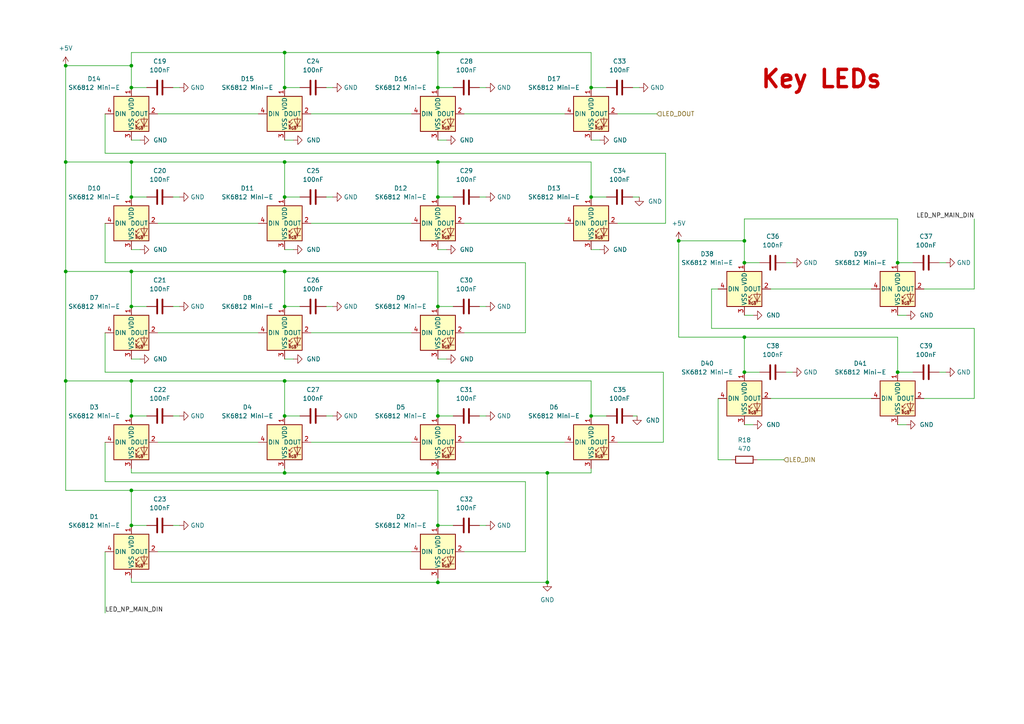
<source format=kicad_sch>
(kicad_sch (version 20230121) (generator eeschema)
  (paper "A4")
  (title_block (title "LEDs"))
  (lib_symbols
    (symbol "Device:C" (pin_numbers hide) (pin_names (offset 0.254))
      (property "Reference" "C" (at 0.635 2.54 0))
      (property "Value" "C" (at 0.635 -2.54 0))
      (symbol "C_0_1"
        (polyline (pts (xy -2.032 -0.762) (xy 2.032 -0.762)) (stroke (width 0.508)))
        (polyline (pts (xy -2.032 0.762) (xy 2.032 0.762)) (stroke (width 0.508)))
      )
      (symbol "C_1_1"
        (pin passive line (at 0 3.81 270) (length 2.794) (name "~") (number "1"))
        (pin passive line (at 0 -3.81 90) (length 2.794) (name "~") (number "2"))
      )
    )
    (symbol "Device:R" (pin_numbers hide) (pin_names (offset 0))
      (property "Reference" "R" (at 2.032 0 90))
      (property "Value" "R" (at 0 0 90))
      (symbol "R_0_1"
        (rectangle (start -1.016 -2.54) (end 1.016 2.54) (stroke (width 0.254)))
      )
      (symbol "R_1_1"
        (pin passive line (at 0 3.81 270) (length 1.27) (name "~") (number "1"))
        (pin passive line (at 0 -3.81 90) (length 1.27) (name "~") (number "2"))
      )
    )
    (symbol "mantyl:SK6812 Mini-E" (pin_names (offset 0.254))
      (property "Reference" "D" (at 5.08 5.715 0))
      (property "Value" "SK6812 Mini-E" (at 1.27 -5.715 0))
      (symbol "SK6812 Mini-E_0_0"
        (text "RGB" (at 2.286 -4.191 0) (effects (font (size 0.762 0.762))))
      )
      (symbol "SK6812 Mini-E_0_1"
        (polyline (pts (xy 1.27 -3.556) (xy 1.778 -3.556)))
        (polyline (pts (xy 1.27 -2.54) (xy 1.778 -2.54)))
        (polyline (pts (xy 4.699 -3.556) (xy 2.667 -3.556)))
        (polyline (pts (xy 2.286 -2.54) (xy 1.27 -3.556) (xy 1.27 -3.048)))
        (polyline (pts (xy 2.286 -1.524) (xy 1.27 -2.54) (xy 1.27 -2.032)))
        (polyline (pts (xy 3.683 -1.016) (xy 3.683 -3.556) (xy 3.683 -4.064)))
        (polyline (pts (xy 4.699 -1.524) (xy 2.667 -1.524) (xy 3.683 -3.556) (xy 4.699 -1.524)))
        (rectangle (start 5.08 5.08) (end -5.08 -5.08) (stroke (width 0.254)) (fill (type background)))
      )
      (symbol "SK6812 Mini-E_1_1"
        (pin power_in line (at 0 7.62 270) (length 2.54) (name "VDD") (number "1"))
        (pin output line (at 7.62 0 180) (length 2.54) (name "DOUT") (number "2"))
        (pin power_in line (at 0 -7.62 90) (length 2.54) (name "VSS") (number "3"))
        (pin input line (at -7.62 0 0) (length 2.54) (name "DIN") (number "4"))
      )
    )
    (symbol "power:+5V" (power) (pin_names (offset 0))
      (property "Value" "+5V" (at 0 3.556 0))
      (symbol "+5V_0_1"
        (polyline (pts (xy -0.762 1.27) (xy 0 2.54)))
        (polyline (pts (xy 0 0) (xy 0 2.54)))
        (polyline (pts (xy 0 2.54) (xy 0.762 1.27)))
      )
      (symbol "+5V_1_1"
        (pin power_in line (at 0 0 90) (length 0) hide (name "+5V") (number "1"))
      )
    )
    (symbol "power:GND" (power) (pin_names (offset 0))
      (property "Value" "GND" (at 0 -3.81 0))
      (symbol "GND_0_1"
        (polyline (pts (xy 0 0) (xy 0 -1.27) (xy 1.27 -1.27) (xy 0 -2.54) (xy -1.27 -1.27) (xy 0 -1.27)))
      )
      (symbol "GND_1_1"
        (pin power_in line (at 0 0 270) (length 0) hide (name "GND") (number "1"))
      )
    )
  )
  (junction (at 215.9 107.95))
  (junction (at 38.1 152.4))
  (junction (at 19.05 19.05))
  (junction (at 158.75 168.91))
  (junction (at 127 46.99))
  (junction (at 82.55 25.4))
  (junction (at 82.55 46.99))
  (junction (at 38.1 57.15))
  (junction (at 127 137.16))
  (junction (at 127 168.91))
  (junction (at 127 15.24))
  (junction (at 38.1 110.49))
  (junction (at 171.45 120.65))
  (junction (at 171.45 57.15))
  (junction (at 260.35 107.95))
  (junction (at 82.55 110.49))
  (junction (at 19.05 46.99))
  (junction (at 127 152.4))
  (junction (at 260.35 76.2))
  (junction (at 38.1 46.99))
  (junction (at 82.55 120.65))
  (junction (at 38.1 19.05))
  (junction (at 82.55 88.9))
  (junction (at 38.1 120.65))
  (junction (at 82.55 57.15))
  (junction (at 82.55 137.16))
  (junction (at 215.9 97.79))
  (junction (at 38.1 142.24))
  (junction (at 158.75 137.16))
  (junction (at 82.55 78.74))
  (junction (at 127 88.9))
  (junction (at 82.55 15.24))
  (junction (at 171.45 25.4))
  (junction (at 38.1 78.74))
  (junction (at 127 120.65))
  (junction (at 19.05 78.74))
  (junction (at 215.9 69.85))
  (junction (at 38.1 88.9))
  (junction (at 215.9 76.2))
  (junction (at 19.05 110.49))
  (junction (at 127 110.49))
  (junction (at 127 25.4))
  (junction (at 127 57.15))
  (junction (at 196.85 69.85))
  (junction (at 38.1 25.4))
  (wire (pts (xy 215.9 63.5) (xy 215.9 69.85)))
  (wire (pts (xy 139.065 152.4) (xy 140.97 152.4)))
  (wire (pts (xy 38.1 135.89) (xy 38.1 137.16)))
  (wire (pts (xy 19.05 19.05) (xy 38.1 19.05)))
  (wire (pts (xy 215.9 76.2) (xy 220.345 76.2)))
  (wire (pts (xy 38.1 15.24) (xy 38.1 19.05)))
  (wire (pts (xy 152.4 96.52) (xy 134.62 96.52)))
  (wire (pts (xy 127 152.4) (xy 131.445 152.4)))
  (wire (pts (xy 30.48 128.27) (xy 30.48 139.7)))
  (wire (pts (xy 171.45 137.16) (xy 158.75 137.16)))
  (wire (pts (xy 45.72 64.77) (xy 74.93 64.77)))
  (wire (pts (xy 139.065 88.9) (xy 140.97 88.9)))
  (wire (pts (xy 127 104.14) (xy 129.54 104.14)))
  (wire (pts (xy 82.55 88.9) (xy 86.995 88.9)))
  (wire (pts (xy 260.35 63.5) (xy 260.35 76.2)))
  (wire (pts (xy 215.9 91.44) (xy 218.44 91.44)))
  (wire (pts (xy 82.55 137.16) (xy 127 137.16)))
  (wire (pts (xy 82.55 72.39) (xy 85.09 72.39)))
  (wire (pts (xy 260.35 63.5) (xy 215.9 63.5)))
  (wire (pts (xy 38.1 19.05) (xy 38.1 25.4)))
  (wire (pts (xy 30.48 64.77) (xy 30.48 76.2)))
  (wire (pts (xy 158.75 137.16) (xy 158.75 168.91)))
  (wire (pts (xy 30.48 96.52) (xy 30.48 107.95)))
  (wire (pts (xy 223.52 83.82) (xy 252.73 83.82)))
  (wire (pts (xy 94.615 57.15) (xy 96.52 57.15)))
  (wire (pts (xy 171.45 72.39) (xy 173.99 72.39)))
  (wire (pts (xy 127 46.99) (xy 82.55 46.99)))
  (wire (pts (xy 127 78.74) (xy 82.55 78.74)))
  (wire (pts (xy 82.55 46.99) (xy 82.55 57.15)))
  (wire (pts (xy 192.405 107.95) (xy 192.405 128.27)))
  (wire (pts (xy 127 88.9) (xy 131.445 88.9)))
  (wire (pts (xy 127 25.4) (xy 131.445 25.4)))
  (wire (pts (xy 50.165 88.9) (xy 52.07 88.9)))
  (wire (pts (xy 152.4 139.7) (xy 152.4 160.02)))
  (wire (pts (xy 215.9 123.19) (xy 218.44 123.19)))
  (wire (pts (xy 82.55 120.65) (xy 86.995 120.65)))
  (wire (pts (xy 82.55 25.4) (xy 86.995 25.4)))
  (wire (pts (xy 38.1 57.15) (xy 42.545 57.15)))
  (wire (pts (xy 127 46.99) (xy 127 57.15)))
  (wire (pts (xy 38.1 78.74) (xy 38.1 88.9)))
  (wire (pts (xy 127 57.15) (xy 131.445 57.15)))
  (wire (pts (xy 206.375 83.82) (xy 208.28 83.82)))
  (wire (pts (xy 127 137.16) (xy 158.75 137.16)))
  (wire (pts (xy 127 72.39) (xy 129.54 72.39)))
  (wire (pts (xy 212.09 133.35) (xy 208.28 133.35)))
  (wire (pts (xy 127 135.89) (xy 127 137.16)))
  (wire (pts (xy 171.45 46.99) (xy 127 46.99)))
  (wire (pts (xy 45.72 96.52) (xy 74.93 96.52)))
  (wire (pts (xy 30.48 139.7) (xy 152.4 139.7)))
  (wire (pts (xy 282.575 63.5) (xy 282.575 83.82)))
  (wire (pts (xy 30.48 160.02) (xy 30.48 177.8)))
  (wire (pts (xy 38.1 110.49) (xy 38.1 120.65)))
  (wire (pts (xy 196.85 97.79) (xy 215.9 97.79)))
  (wire (pts (xy 38.1 142.24) (xy 127 142.24)))
  (wire (pts (xy 38.1 167.64) (xy 38.1 168.91)))
  (wire (pts (xy 30.48 107.95) (xy 192.405 107.95)))
  (wire (pts (xy 30.48 44.45) (xy 193.04 44.45)))
  (wire (pts (xy 19.05 78.74) (xy 19.05 46.99)))
  (wire (pts (xy 127 110.49) (xy 82.55 110.49)))
  (wire (pts (xy 127 120.65) (xy 131.445 120.65)))
  (wire (pts (xy 139.065 57.15) (xy 140.97 57.15)))
  (wire (pts (xy 38.1 104.14) (xy 40.64 104.14)))
  (wire (pts (xy 38.1 46.99) (xy 38.1 57.15)))
  (wire (pts (xy 171.45 110.49) (xy 127 110.49)))
  (wire (pts (xy 272.415 107.95) (xy 274.32 107.95)))
  (wire (pts (xy 82.55 57.15) (xy 86.995 57.15)))
  (wire (pts (xy 38.1 137.16) (xy 82.55 137.16)))
  (wire (pts (xy 38.1 46.99) (xy 19.05 46.99)))
  (wire (pts (xy 127 167.64) (xy 127 168.91)))
  (wire (pts (xy 50.165 25.4) (xy 52.07 25.4)))
  (wire (pts (xy 171.45 15.24) (xy 127 15.24)))
  (wire (pts (xy 267.97 115.57) (xy 282.575 115.57)))
  (wire (pts (xy 50.165 57.15) (xy 52.07 57.15)))
  (wire (pts (xy 82.55 104.14) (xy 85.09 104.14)))
  (wire (pts (xy 19.05 110.49) (xy 19.05 78.74)))
  (wire (pts (xy 260.35 107.95) (xy 264.795 107.95)))
  (wire (pts (xy 30.48 76.2) (xy 152.4 76.2)))
  (wire (pts (xy 260.35 91.44) (xy 262.89 91.44)))
  (wire (pts (xy 134.62 128.27) (xy 163.83 128.27)))
  (wire (pts (xy 82.55 46.99) (xy 38.1 46.99)))
  (wire (pts (xy 171.45 25.4) (xy 175.895 25.4)))
  (wire (pts (xy 183.515 25.4) (xy 185.42 25.4)))
  (wire (pts (xy 38.1 40.64) (xy 40.64 40.64)))
  (wire (pts (xy 30.48 33.02) (xy 30.48 44.45)))
  (wire (pts (xy 50.165 120.65) (xy 52.07 120.65)))
  (wire (pts (xy 227.965 76.2) (xy 229.87 76.2)))
  (wire (pts (xy 196.85 97.79) (xy 196.85 69.85)))
  (wire (pts (xy 50.165 152.4) (xy 52.07 152.4)))
  (wire (pts (xy 272.415 76.2) (xy 274.32 76.2)))
  (wire (pts (xy 193.04 64.77) (xy 179.07 64.77)))
  (wire (pts (xy 19.05 110.49) (xy 38.1 110.49)))
  (wire (pts (xy 219.71 133.35) (xy 227.33 133.35)))
  (wire (pts (xy 206.375 95.25) (xy 206.375 83.82)))
  (wire (pts (xy 82.55 110.49) (xy 38.1 110.49)))
  (wire (pts (xy 127 110.49) (xy 127 120.65)))
  (wire (pts (xy 19.05 46.99) (xy 19.05 19.05)))
  (wire (pts (xy 260.35 76.2) (xy 264.795 76.2)))
  (wire (pts (xy 82.55 78.74) (xy 82.55 88.9)))
  (wire (pts (xy 134.62 64.77) (xy 163.83 64.77)))
  (wire (pts (xy 94.615 88.9) (xy 96.52 88.9)))
  (wire (pts (xy 282.575 115.57) (xy 282.575 95.25)))
  (wire (pts (xy 94.615 25.4) (xy 96.52 25.4)))
  (wire (pts (xy 227.965 107.95) (xy 229.87 107.95)))
  (wire (pts (xy 38.1 78.74) (xy 19.05 78.74)))
  (wire (pts (xy 196.85 69.85) (xy 215.9 69.85)))
  (wire (pts (xy 45.72 160.02) (xy 119.38 160.02)))
  (wire (pts (xy 127 40.64) (xy 129.54 40.64)))
  (wire (pts (xy 171.45 46.99) (xy 171.45 57.15)))
  (wire (pts (xy 38.1 168.91) (xy 127 168.91)))
  (wire (pts (xy 267.97 83.82) (xy 282.575 83.82)))
  (wire (pts (xy 90.17 33.02) (xy 119.38 33.02)))
  (wire (pts (xy 134.62 33.02) (xy 163.83 33.02)))
  (wire (pts (xy 171.45 57.15) (xy 175.895 57.15)))
  (wire (pts (xy 90.17 64.77) (xy 119.38 64.77)))
  (wire (pts (xy 82.55 135.89) (xy 82.55 137.16)))
  (wire (pts (xy 38.1 120.65) (xy 42.545 120.65)))
  (wire (pts (xy 38.1 25.4) (xy 42.545 25.4)))
  (wire (pts (xy 215.9 69.85) (xy 215.9 76.2)))
  (wire (pts (xy 90.17 128.27) (xy 119.38 128.27)))
  (wire (pts (xy 260.35 123.19) (xy 262.89 123.19)))
  (wire (pts (xy 82.55 78.74) (xy 38.1 78.74)))
  (wire (pts (xy 127 15.24) (xy 127 25.4)))
  (wire (pts (xy 193.04 44.45) (xy 193.04 64.77)))
  (wire (pts (xy 82.55 15.24) (xy 82.55 25.4)))
  (wire (pts (xy 82.55 15.24) (xy 38.1 15.24)))
  (wire (pts (xy 19.05 142.24) (xy 38.1 142.24)))
  (wire (pts (xy 19.05 142.24) (xy 19.05 110.49)))
  (wire (pts (xy 139.065 120.65) (xy 140.97 120.65)))
  (wire (pts (xy 171.45 110.49) (xy 171.45 120.65)))
  (wire (pts (xy 179.07 33.02) (xy 190.5 33.02)))
  (wire (pts (xy 152.4 160.02) (xy 134.62 160.02)))
  (wire (pts (xy 192.405 128.27) (xy 179.07 128.27)))
  (wire (pts (xy 171.45 40.64) (xy 173.99 40.64)))
  (wire (pts (xy 206.375 95.25) (xy 282.575 95.25)))
  (wire (pts (xy 215.9 97.79) (xy 260.35 97.79)))
  (wire (pts (xy 127 78.74) (xy 127 88.9)))
  (wire (pts (xy 171.45 15.24) (xy 171.45 25.4)))
  (wire (pts (xy 38.1 152.4) (xy 42.545 152.4)))
  (wire (pts (xy 127 15.24) (xy 82.55 15.24)))
  (wire (pts (xy 260.35 97.79) (xy 260.35 107.95)))
  (wire (pts (xy 171.45 135.89) (xy 171.45 137.16)))
  (wire (pts (xy 82.55 40.64) (xy 85.09 40.64)))
  (wire (pts (xy 38.1 142.24) (xy 38.1 152.4)))
  (wire (pts (xy 127 168.91) (xy 158.75 168.91)))
  (wire (pts (xy 38.1 88.9) (xy 42.545 88.9)))
  (wire (pts (xy 139.065 25.4) (xy 140.97 25.4)))
  (wire (pts (xy 183.515 120.65) (xy 184.785 120.65)))
  (wire (pts (xy 45.72 128.27) (xy 74.93 128.27)))
  (wire (pts (xy 171.45 120.65) (xy 175.895 120.65)))
  (wire (pts (xy 127 142.24) (xy 127 152.4)))
  (wire (pts (xy 183.515 57.15) (xy 185.42 57.15)))
  (wire (pts (xy 152.4 76.2) (xy 152.4 96.52)))
  (wire (pts (xy 38.1 72.39) (xy 40.64 72.39)))
  (wire (pts (xy 94.615 120.65) (xy 96.52 120.65)))
  (wire (pts (xy 90.17 96.52) (xy 119.38 96.52)))
  (wire (pts (xy 215.9 97.79) (xy 215.9 107.95)))
  (wire (pts (xy 223.52 115.57) (xy 252.73 115.57)))
  (wire (pts (xy 208.28 133.35) (xy 208.28 115.57)))
  (wire (pts (xy 82.55 110.49) (xy 82.55 120.65)))
  (wire (pts (xy 45.72 33.02) (xy 74.93 33.02)))
  (wire (pts (xy 215.9 107.95) (xy 220.345 107.95)))
  (text "Key LEDs" (at 220.345 26.035 0) (effects (font (size 5 5) (thickness 1) bold) (justify left bottom)))
  (label "LED_NP_MAIN_DIN" (at 30.48 177.8 0))
  (label "LED_NP_MAIN_DIN" (at 282.575 63.5 180))
  (hierarchical_label "LED_DOUT" (shape input) (at 190.5 33.02 0))
  (hierarchical_label "LED_DIN" (shape input) (at 227.33 133.35 0))
  (symbol (lib_id "power:GND") (at 40.64 104.14 90) (unit 1)
    (property "Reference" "#PWR032" (effects hide))
    (property "Value" "GND" (at 44.45 104.14 90) (effects (justify right)))
  )
  (symbol (lib_id "mantyl:SK6812 Mini-E") (at 127 33.02 0) (unit 1)
    (property "Reference" "D16" (at 116.205 22.86 0))
    (property "Value" "SK6812 Mini-E" (at 116.205 25.4 0))
    (property "Footprint" "mantyl:SK6812-MINI-E" (effects hide))
    (property "Datasheet" "https://cdn-shop.adafruit.com/product-files/4960/4960_SK6812MINI-E_REV02_EN.pdf" (effects hide))
    (property "LCSC Part #" "C5149201" (effects hide))
  )
  (symbol (lib_id "Device:C") (at 179.705 57.15 270) (unit 1)
    (property "Reference" "C34" (at 179.705 49.53 90))
    (property "Value" "100nF" (at 179.705 52.07 90))
    (property "Footprint" "Capacitor_SMD:C_0402_1005Metric" (effects hide))
    (property "LCSC Part #" "C307331" (effects hide))
  )
  (symbol (lib_id "mantyl:SK6812 Mini-E") (at 82.55 64.77 0) (unit 1)
    (property "Reference" "D11" (at 71.755 54.61 0))
    (property "Value" "SK6812 Mini-E" (at 71.755 57.15 0))
    (property "Footprint" "mantyl:SK6812-MINI-E" (effects hide))
    (property "Datasheet" "https://cdn-shop.adafruit.com/product-files/4960/4960_SK6812MINI-E_REV02_EN.pdf" (effects hide))
    (property "LCSC Part #" "C5149201" (effects hide))
  )
  (symbol (lib_id "Device:C") (at 135.255 25.4 270) (unit 1)
    (property "Reference" "C28" (at 135.255 17.78 90))
    (property "Value" "100nF" (at 135.255 20.32 90))
    (property "Footprint" "Capacitor_SMD:C_0402_1005Metric" (effects hide))
    (property "LCSC Part #" "C307331" (effects hide))
  )
  (symbol (lib_id "power:GND") (at 52.07 152.4 90) (unit 1)
    (property "Reference" "#PWR039" (effects hide))
    (property "Value" "GND" (at 55.245 152.4 90) (effects (justify right)))
  )
  (symbol (lib_id "power:GND") (at 229.87 107.95 90) (unit 1)
    (property "Reference" "#PWR070" (effects hide))
    (property "Value" "GND" (at 233.045 107.95 90) (effects (justify right)))
  )
  (symbol (lib_id "mantyl:SK6812 Mini-E") (at 38.1 33.02 0) (unit 1)
    (property "Reference" "D14" (at 27.305 22.86 0))
    (property "Value" "SK6812 Mini-E" (at 27.305 25.4 0))
    (property "Footprint" "mantyl:SK6812-MINI-E" (effects hide))
    (property "Datasheet" "https://cdn-shop.adafruit.com/product-files/4960/4960_SK6812MINI-E_REV02_EN.pdf" (effects hide))
    (property "LCSC Part #" "C5149201" (effects hide))
  )
  (symbol (lib_id "Device:C") (at 135.255 152.4 270) (unit 1)
    (property "Reference" "C32" (at 135.255 144.78 90))
    (property "Value" "100nF" (at 135.255 147.32 90))
    (property "Footprint" "Capacitor_SMD:C_0402_1005Metric" (effects hide))
    (property "LCSC Part #" "C307331" (effects hide))
  )
  (symbol (lib_id "power:GND") (at 262.89 123.19 90) (unit 1)
    (property "Reference" "#PWR071" (effects hide))
    (property "Value" "GND" (at 266.7 123.19 90) (effects (justify right)))
  )
  (symbol (lib_id "power:GND") (at 140.97 57.15 90) (unit 1)
    (property "Reference" "#PWR054" (effects hide))
    (property "Value" "GND" (at 144.145 57.15 90) (effects (justify right)))
  )
  (symbol (lib_id "power:GND") (at 140.97 25.4 90) (unit 1)
    (property "Reference" "#PWR053" (effects hide))
    (property "Value" "GND" (at 144.145 25.4 90) (effects (justify right)))
  )
  (symbol (lib_id "power:GND") (at 40.64 40.64 90) (unit 1)
    (property "Reference" "#PWR030" (effects hide))
    (property "Value" "GND" (at 44.45 40.64 90) (effects (justify right)))
  )
  (symbol (lib_id "mantyl:SK6812 Mini-E") (at 38.1 128.27 0) (unit 1)
    (property "Reference" "D3" (at 27.305 118.11 0))
    (property "Value" "SK6812 Mini-E" (at 27.305 120.65 0))
    (property "Footprint" "mantyl:SK6812-MINI-E" (effects hide))
    (property "Datasheet" "https://cdn-shop.adafruit.com/product-files/4960/4960_SK6812MINI-E_REV02_EN.pdf" (effects hide))
    (property "LCSC Part #" "C5149201" (effects hide))
  )
  (symbol (lib_id "mantyl:SK6812 Mini-E") (at 127 96.52 0) (unit 1)
    (property "Reference" "D9" (at 116.205 86.36 0))
    (property "Value" "SK6812 Mini-E" (at 116.205 88.9 0))
    (property "Footprint" "mantyl:SK6812-MINI-E" (effects hide))
    (property "Datasheet" "https://cdn-shop.adafruit.com/product-files/4960/4960_SK6812MINI-E_REV02_EN.pdf" (effects hide))
    (property "LCSC Part #" "C5149201" (effects hide))
  )
  (symbol (lib_id "power:GND") (at 274.32 76.2 90) (unit 1)
    (property "Reference" "#PWR068" (effects hide))
    (property "Value" "GND" (at 277.495 76.2 90) (effects (justify right)))
  )
  (symbol (lib_id "power:GND") (at 229.87 76.2 90) (unit 1)
    (property "Reference" "#PWR066" (effects hide))
    (property "Value" "GND" (at 233.045 76.2 90) (effects (justify right)))
  )
  (symbol (lib_id "power:GND") (at 96.52 88.9 90) (unit 1)
    (property "Reference" "#PWR046" (effects hide))
    (property "Value" "GND" (at 99.695 88.9 90) (effects (justify right)))
  )
  (symbol (lib_id "power:GND") (at 85.09 40.64 90) (unit 1)
    (property "Reference" "#PWR040" (effects hide))
    (property "Value" "GND" (at 88.9 40.64 90) (effects (justify right)))
  )
  (symbol (lib_id "power:GND") (at 85.09 104.14 90) (unit 1)
    (property "Reference" "#PWR042" (effects hide))
    (property "Value" "GND" (at 88.9 104.14 90) (effects (justify right)))
  )
  (symbol (lib_id "Device:R") (at 215.9 133.35 270) (unit 1)
    (property "Reference" "R18" (at 215.9 127.635 90))
    (property "Value" "470" (at 215.9 130.175 90))
    (property "Footprint" "Resistor_SMD:R_0402_1005Metric" (effects hide))
    (property "LCSC Part #" "C25117" (effects hide))
  )
  (symbol (lib_id "Device:C") (at 179.705 25.4 270) (unit 1)
    (property "Reference" "C33" (at 179.705 17.78 90))
    (property "Value" "100nF" (at 179.705 20.32 90))
    (property "Footprint" "Capacitor_SMD:C_0402_1005Metric" (effects hide))
    (property "LCSC Part #" "C307331" (effects hide))
  )
  (symbol (lib_id "power:GND") (at 40.64 72.39 90) (unit 1)
    (property "Reference" "#PWR031" (effects hide))
    (property "Value" "GND" (at 44.45 72.39 90) (effects (justify right)))
  )
  (symbol (lib_id "mantyl:SK6812 Mini-E") (at 171.45 33.02 0) (unit 1)
    (property "Reference" "D17" (at 160.655 22.86 0))
    (property "Value" "SK6812 Mini-E" (at 160.655 25.4 0))
    (property "Footprint" "mantyl:SK6812-MINI-E" (effects hide))
    (property "Datasheet" "https://cdn-shop.adafruit.com/product-files/4960/4960_SK6812MINI-E_REV02_EN.pdf" (effects hide))
    (property "LCSC Part #" "C5149201" (effects hide))
  )
  (symbol (lib_id "Device:C") (at 179.705 120.65 270) (unit 1)
    (property "Reference" "C35" (at 179.705 113.03 90))
    (property "Value" "100nF" (at 179.705 115.57 90))
    (property "Footprint" "Capacitor_SMD:C_0402_1005Metric" (effects hide))
    (property "LCSC Part #" "C307331" (effects hide))
  )
  (symbol (lib_id "Device:C") (at 224.155 107.95 270) (unit 1)
    (property "Reference" "C38" (at 224.155 100.33 90))
    (property "Value" "100nF" (at 224.155 102.87 90))
    (property "Footprint" "Capacitor_SMD:C_0402_1005Metric" (effects hide))
    (property "LCSC Part #" "C307331" (effects hide))
  )
  (symbol (lib_id "power:GND") (at 274.32 107.95 90) (unit 1)
    (property "Reference" "#PWR072" (effects hide))
    (property "Value" "GND" (at 277.495 107.95 90) (effects (justify right)))
  )
  (symbol (lib_id "power:+5V") (at 196.85 69.85 0) (unit 1)
    (property "Reference" "#PWR033" (effects hide))
    (property "Value" "+5V" (at 196.85 64.77 0))
  )
  (symbol (lib_id "power:GND") (at 52.07 88.9 90) (unit 1)
    (property "Reference" "#PWR037" (effects hide))
    (property "Value" "GND" (at 55.245 88.9 90) (effects (justify right)))
  )
  (symbol (lib_id "Device:C") (at 90.805 120.65 270) (unit 1)
    (property "Reference" "C27" (at 90.805 113.03 90))
    (property "Value" "100nF" (at 90.805 115.57 90))
    (property "Footprint" "Capacitor_SMD:C_0402_1005Metric" (effects hide))
    (property "LCSC Part #" "C307331" (effects hide))
  )
  (symbol (lib_id "mantyl:SK6812 Mini-E") (at 82.55 96.52 0) (unit 1)
    (property "Reference" "D8" (at 71.755 86.36 0))
    (property "Value" "SK6812 Mini-E" (at 71.755 88.9 0))
    (property "Footprint" "mantyl:SK6812-MINI-E" (effects hide))
    (property "Datasheet" "https://cdn-shop.adafruit.com/product-files/4960/4960_SK6812MINI-E_REV02_EN.pdf" (effects hide))
    (property "LCSC Part #" "C5149201" (effects hide))
  )
  (symbol (lib_id "power:GND") (at 218.44 123.19 90) (unit 1)
    (property "Reference" "#PWR069" (effects hide))
    (property "Value" "GND" (at 222.25 123.19 90) (effects (justify right)))
  )
  (symbol (lib_id "power:GND") (at 85.09 72.39 90) (unit 1)
    (property "Reference" "#PWR041" (effects hide))
    (property "Value" "GND" (at 88.9 72.39 90) (effects (justify right)))
  )
  (symbol (lib_id "power:GND") (at 52.07 25.4 90) (unit 1)
    (property "Reference" "#PWR035" (effects hide))
    (property "Value" "GND" (at 55.245 25.4 90) (effects (justify right)))
  )
  (symbol (lib_id "mantyl:SK6812 Mini-E") (at 260.35 83.82 0) (unit 1)
    (property "Reference" "D39" (at 249.555 73.66 0))
    (property "Value" "SK6812 Mini-E" (at 249.555 76.2 0))
    (property "Footprint" "mantyl:SK6812-MINI-E" (effects hide))
    (property "Datasheet" "https://cdn-shop.adafruit.com/product-files/4960/4960_SK6812MINI-E_REV02_EN.pdf" (effects hide))
    (property "LCSC Part #" "C5149201" (effects hide))
  )
  (symbol (lib_id "Device:C") (at 268.605 107.95 270) (unit 1)
    (property "Reference" "C39" (at 268.605 100.33 90))
    (property "Value" "100nF" (at 268.605 102.87 90))
    (property "Footprint" "Capacitor_SMD:C_0402_1005Metric" (effects hide))
    (property "LCSC Part #" "C307331" (effects hide))
  )
  (symbol (lib_id "Device:C") (at 135.255 57.15 270) (unit 1)
    (property "Reference" "C29" (at 135.255 49.53 90))
    (property "Value" "100nF" (at 135.255 52.07 90))
    (property "Footprint" "Capacitor_SMD:C_0402_1005Metric" (effects hide))
    (property "LCSC Part #" "C307331" (effects hide))
  )
  (symbol (lib_id "power:GND") (at 140.97 120.65 90) (unit 1)
    (property "Reference" "#PWR056" (effects hide))
    (property "Value" "GND" (at 144.145 120.65 90) (effects (justify right)))
  )
  (symbol (lib_id "mantyl:SK6812 Mini-E") (at 171.45 64.77 0) (unit 1)
    (property "Reference" "D13" (at 160.655 54.61 0))
    (property "Value" "SK6812 Mini-E" (at 160.655 57.15 0))
    (property "Footprint" "mantyl:SK6812-MINI-E" (effects hide))
    (property "Datasheet" "https://cdn-shop.adafruit.com/product-files/4960/4960_SK6812MINI-E_REV02_EN.pdf" (effects hide))
    (property "LCSC Part #" "C5149201" (effects hide))
  )
  (symbol (lib_id "power:GND") (at 52.07 120.65 90) (unit 1)
    (property "Reference" "#PWR038" (effects hide))
    (property "Value" "GND" (at 55.245 120.65 90) (effects (justify right)))
  )
  (symbol (lib_id "power:GND") (at 129.54 40.64 90) (unit 1)
    (property "Reference" "#PWR048" (effects hide))
    (property "Value" "GND" (at 133.35 40.64 90) (effects (justify right)))
  )
  (symbol (lib_id "power:GND") (at 96.52 120.65 90) (unit 1)
    (property "Reference" "#PWR047" (effects hide))
    (property "Value" "GND" (at 99.695 120.65 90) (effects (justify right)))
  )
  (symbol (lib_id "power:GND") (at 218.44 91.44 90) (unit 1)
    (property "Reference" "#PWR065" (effects hide))
    (property "Value" "GND" (at 222.25 91.44 90) (effects (justify right)))
  )
  (symbol (lib_id "power:GND") (at 52.07 57.15 90) (unit 1)
    (property "Reference" "#PWR036" (effects hide))
    (property "Value" "GND" (at 55.245 57.15 90) (effects (justify right)))
  )
  (symbol (lib_id "mantyl:SK6812 Mini-E") (at 215.9 115.57 0) (unit 1)
    (property "Reference" "D40" (at 205.105 105.41 0))
    (property "Value" "SK6812 Mini-E" (at 205.105 107.95 0))
    (property "Footprint" "mantyl:SK6812-MINI-E" (effects hide))
    (property "Datasheet" "https://cdn-shop.adafruit.com/product-files/4960/4960_SK6812MINI-E_REV02_EN.pdf" (effects hide))
    (property "LCSC Part #" "C5149201" (effects hide))
  )
  (symbol (lib_id "mantyl:SK6812 Mini-E") (at 38.1 64.77 0) (unit 1)
    (property "Reference" "D10" (at 27.305 54.61 0))
    (property "Value" "SK6812 Mini-E" (at 27.305 57.15 0))
    (property "Footprint" "mantyl:SK6812-MINI-E" (effects hide))
    (property "Datasheet" "https://cdn-shop.adafruit.com/product-files/4960/4960_SK6812MINI-E_REV02_EN.pdf" (effects hide))
    (property "LCSC Part #" "C5149201" (effects hide))
  )
  (symbol (lib_id "Device:C") (at 135.255 88.9 270) (unit 1)
    (property "Reference" "C30" (at 135.255 81.28 90))
    (property "Value" "100nF" (at 135.255 83.82 90))
    (property "Footprint" "Capacitor_SMD:C_0402_1005Metric" (effects hide))
    (property "LCSC Part #" "C307331" (effects hide))
  )
  (symbol (lib_id "power:GND") (at 158.75 168.91 0) (unit 1)
    (property "Reference" "#PWR034" (effects hide))
    (property "Value" "GND" (at 158.75 173.99 0))
  )
  (symbol (lib_id "mantyl:SK6812 Mini-E") (at 127 160.02 0) (unit 1)
    (property "Reference" "D2" (at 116.205 149.86 0))
    (property "Value" "SK6812 Mini-E" (at 116.205 152.4 0))
    (property "Footprint" "mantyl:SK6812-MINI-E" (effects hide))
    (property "Datasheet" "https://cdn-shop.adafruit.com/product-files/4960/4960_SK6812MINI-E_REV02_EN.pdf" (effects hide))
    (property "LCSC Part #" "C5149201" (effects hide))
  )
  (symbol (lib_id "Device:C") (at 46.355 25.4 270) (unit 1)
    (property "Reference" "C19" (at 46.355 17.78 90))
    (property "Value" "100nF" (at 46.355 20.32 90))
    (property "Footprint" "Capacitor_SMD:C_0402_1005Metric" (effects hide))
    (property "LCSC Part #" "C307331" (effects hide))
  )
  (symbol (lib_id "mantyl:SK6812 Mini-E") (at 38.1 160.02 0) (unit 1)
    (property "Reference" "D1" (at 27.305 149.86 0))
    (property "Value" "SK6812 Mini-E" (at 27.305 152.4 0))
    (property "Footprint" "mantyl:SK6812-MINI-E" (effects hide))
    (property "Datasheet" "https://cdn-shop.adafruit.com/product-files/4960/4960_SK6812MINI-E_REV02_EN.pdf" (effects hide))
    (property "LCSC Part #" "C5149201" (effects hide))
  )
  (symbol (lib_id "Device:C") (at 46.355 57.15 270) (unit 1)
    (property "Reference" "C20" (at 46.355 49.53 90))
    (property "Value" "100nF" (at 46.355 52.07 90))
    (property "Footprint" "Capacitor_SMD:C_0402_1005Metric" (effects hide))
    (property "LCSC Part #" "C307331" (effects hide))
  )
  (symbol (lib_id "Device:C") (at 224.155 76.2 270) (unit 1)
    (property "Reference" "C36" (at 224.155 68.58 90))
    (property "Value" "100nF" (at 224.155 71.12 90))
    (property "Footprint" "Capacitor_SMD:C_0402_1005Metric" (effects hide))
    (property "LCSC Part #" "C307331" (effects hide))
  )
  (symbol (lib_id "mantyl:SK6812 Mini-E") (at 260.35 115.57 0) (unit 1)
    (property "Reference" "D41" (at 249.555 105.41 0))
    (property "Value" "SK6812 Mini-E" (at 249.555 107.95 0))
    (property "Footprint" "mantyl:SK6812-MINI-E" (effects hide))
    (property "Datasheet" "https://cdn-shop.adafruit.com/product-files/4960/4960_SK6812MINI-E_REV02_EN.pdf" (effects hide))
    (property "LCSC Part #" "C5149201" (effects hide))
  )
  (symbol (lib_id "mantyl:SK6812 Mini-E") (at 171.45 128.27 0) (unit 1)
    (property "Reference" "D6" (at 160.655 118.11 0))
    (property "Value" "SK6812 Mini-E" (at 160.655 120.65 0))
    (property "Footprint" "mantyl:SK6812-MINI-E" (effects hide))
    (property "Datasheet" "https://cdn-shop.adafruit.com/product-files/4960/4960_SK6812MINI-E_REV02_EN.pdf" (effects hide))
    (property "LCSC Part #" "C5149201" (effects hide))
  )
  (symbol (lib_id "mantyl:SK6812 Mini-E") (at 82.55 33.02 0) (unit 1)
    (property "Reference" "D15" (at 71.755 22.86 0))
    (property "Value" "SK6812 Mini-E" (at 71.755 25.4 0))
    (property "Footprint" "mantyl:SK6812-MINI-E" (effects hide))
    (property "Datasheet" "https://cdn-shop.adafruit.com/product-files/4960/4960_SK6812MINI-E_REV02_EN.pdf" (effects hide))
    (property "LCSC Part #" "C5149201" (effects hide))
  )
  (symbol (lib_id "Device:C") (at 46.355 88.9 270) (unit 1)
    (property "Reference" "C21" (at 46.355 81.28 90))
    (property "Value" "100nF" (at 46.355 83.82 90))
    (property "Footprint" "Capacitor_SMD:C_0402_1005Metric" (effects hide))
    (property "LCSC Part #" "C307331" (effects hide))
  )
  (symbol (lib_id "power:GND") (at 184.785 120.65 0) (unit 1)
    (property "Reference" "#PWR063" (effects hide))
    (property "Value" "GND" (at 187.325 121.92 0) (effects (justify left)))
  )
  (symbol (lib_id "Device:C") (at 90.805 88.9 270) (unit 1)
    (property "Reference" "C26" (at 90.805 81.28 90))
    (property "Value" "100nF" (at 90.805 83.82 90))
    (property "Footprint" "Capacitor_SMD:C_0402_1005Metric" (effects hide))
    (property "LCSC Part #" "C307331" (effects hide))
  )
  (symbol (lib_id "power:GND") (at 96.52 25.4 90) (unit 1)
    (property "Reference" "#PWR044" (effects hide))
    (property "Value" "GND" (at 99.695 25.4 90) (effects (justify right)))
  )
  (symbol (lib_id "power:GND") (at 129.54 72.39 90) (unit 1)
    (property "Reference" "#PWR049" (effects hide))
    (property "Value" "GND" (at 133.35 72.39 90) (effects (justify right)))
  )
  (symbol (lib_id "mantyl:SK6812 Mini-E") (at 82.55 128.27 0) (unit 1)
    (property "Reference" "D4" (at 71.755 118.11 0))
    (property "Value" "SK6812 Mini-E" (at 71.755 120.65 0))
    (property "Footprint" "mantyl:SK6812-MINI-E" (effects hide))
    (property "Datasheet" "https://cdn-shop.adafruit.com/product-files/4960/4960_SK6812MINI-E_REV02_EN.pdf" (effects hide))
    (property "LCSC Part #" "C5149201" (effects hide))
  )
  (symbol (lib_id "power:GND") (at 262.89 91.44 90) (unit 1)
    (property "Reference" "#PWR067" (effects hide))
    (property "Value" "GND" (at 266.7 91.44 90) (effects (justify right)))
  )
  (symbol (lib_id "Device:C") (at 46.355 120.65 270) (unit 1)
    (property "Reference" "C22" (at 46.355 113.03 90))
    (property "Value" "100nF" (at 46.355 115.57 90))
    (property "Footprint" "Capacitor_SMD:C_0402_1005Metric" (effects hide))
    (property "LCSC Part #" "C307331" (effects hide))
  )
  (symbol (lib_id "mantyl:SK6812 Mini-E") (at 215.9 83.82 0) (unit 1)
    (property "Reference" "D38" (at 205.105 73.66 0))
    (property "Value" "SK6812 Mini-E" (at 205.105 76.2 0))
    (property "Footprint" "mantyl:SK6812-MINI-E" (effects hide))
    (property "Datasheet" "https://cdn-shop.adafruit.com/product-files/4960/4960_SK6812MINI-E_REV02_EN.pdf" (effects hide))
    (property "LCSC Part #" "C5149201" (effects hide))
  )
  (symbol (lib_id "Device:C") (at 90.805 57.15 270) (unit 1)
    (property "Reference" "C25" (at 90.805 49.53 90))
    (property "Value" "100nF" (at 90.805 52.07 90))
    (property "Footprint" "Capacitor_SMD:C_0402_1005Metric" (effects hide))
    (property "LCSC Part #" "C307331" (effects hide))
  )
  (symbol (lib_id "power:GND") (at 140.97 88.9 90) (unit 1)
    (property "Reference" "#PWR055" (effects hide))
    (property "Value" "GND" (at 144.145 88.9 90) (effects (justify right)))
  )
  (symbol (lib_id "power:GND") (at 96.52 57.15 90) (unit 1)
    (property "Reference" "#PWR045" (effects hide))
    (property "Value" "GND" (at 99.695 57.15 90) (effects (justify right)))
  )
  (symbol (lib_id "mantyl:SK6812 Mini-E") (at 38.1 96.52 0) (unit 1)
    (property "Reference" "D7" (at 27.305 86.36 0))
    (property "Value" "SK6812 Mini-E" (at 27.305 88.9 0))
    (property "Footprint" "mantyl:SK6812-MINI-E" (effects hide))
    (property "Datasheet" "https://cdn-shop.adafruit.com/product-files/4960/4960_SK6812MINI-E_REV02_EN.pdf" (effects hide))
    (property "LCSC Part #" "C5149201" (effects hide))
  )
  (symbol (lib_id "power:GND") (at 185.42 25.4 90) (unit 1)
    (property "Reference" "#PWR061" (effects hide))
    (property "Value" "GND" (at 188.595 25.4 90) (effects (justify right)))
  )
  (symbol (lib_id "power:+5V") (at 19.05 19.05 0) (unit 1)
    (property "Reference" "#PWR079" (effects hide))
    (property "Value" "+5V" (at 19.05 13.97 0))
  )
  (symbol (lib_id "Device:C") (at 135.255 120.65 270) (unit 1)
    (property "Reference" "C31" (at 135.255 113.03 90))
    (property "Value" "100nF" (at 135.255 115.57 90))
    (property "Footprint" "Capacitor_SMD:C_0402_1005Metric" (effects hide))
    (property "LCSC Part #" "C307331" (effects hide))
  )
  (symbol (lib_id "mantyl:SK6812 Mini-E") (at 127 128.27 0) (unit 1)
    (property "Reference" "D5" (at 116.205 118.11 0))
    (property "Value" "SK6812 Mini-E" (at 116.205 120.65 0))
    (property "Footprint" "mantyl:SK6812-MINI-E" (effects hide))
    (property "Datasheet" "https://cdn-shop.adafruit.com/product-files/4960/4960_SK6812MINI-E_REV02_EN.pdf" (effects hide))
    (property "LCSC Part #" "C5149201" (effects hide))
  )
  (symbol (lib_id "power:GND") (at 173.99 72.39 90) (unit 1)
    (property "Reference" "#PWR059" (effects hide))
    (property "Value" "GND" (at 177.8 72.39 90) (effects (justify right)))
  )
  (symbol (lib_id "mantyl:SK6812 Mini-E") (at 127 64.77 0) (unit 1)
    (property "Reference" "D12" (at 116.205 54.61 0))
    (property "Value" "SK6812 Mini-E" (at 116.205 57.15 0))
    (property "Footprint" "mantyl:SK6812-MINI-E" (effects hide))
    (property "Datasheet" "https://cdn-shop.adafruit.com/product-files/4960/4960_SK6812MINI-E_REV02_EN.pdf" (effects hide))
    (property "LCSC Part #" "C5149201" (effects hide))
  )
  (symbol (lib_id "Device:C") (at 268.605 76.2 270) (unit 1)
    (property "Reference" "C37" (at 268.605 68.58 90))
    (property "Value" "100nF" (at 268.605 71.12 90))
    (property "Footprint" "Capacitor_SMD:C_0402_1005Metric" (effects hide))
    (property "LCSC Part #" "C307331" (effects hide))
  )
  (symbol (lib_id "Device:C") (at 46.355 152.4 270) (unit 1)
    (property "Reference" "C23" (at 46.355 144.78 90))
    (property "Value" "100nF" (at 46.355 147.32 90))
    (property "Footprint" "Capacitor_SMD:C_0402_1005Metric" (effects hide))
    (property "LCSC Part #" "C307331" (effects hide))
  )
  (symbol (lib_id "power:GND") (at 129.54 104.14 90) (unit 1)
    (property "Reference" "#PWR050" (effects hide))
    (property "Value" "GND" (at 133.35 104.14 90) (effects (justify right)))
  )
  (symbol (lib_id "power:GND") (at 140.97 152.4 90) (unit 1)
    (property "Reference" "#PWR057" (effects hide))
    (property "Value" "GND" (at 144.145 152.4 90) (effects (justify right)))
  )
  (symbol (lib_id "power:GND") (at 173.99 40.64 90) (unit 1)
    (property "Reference" "#PWR058" (effects hide))
    (property "Value" "GND" (at 177.8 40.64 90) (effects (justify right)))
  )
  (symbol (lib_id "Device:C") (at 90.805 25.4 270) (unit 1)
    (property "Reference" "C24" (at 90.805 17.78 90))
    (property "Value" "100nF" (at 90.805 20.32 90))
    (property "Footprint" "Capacitor_SMD:C_0402_1005Metric" (effects hide))
    (property "LCSC Part #" "C307331" (effects hide))
  )
  (symbol (lib_id "power:GND") (at 185.42 57.15 0) (unit 1)
    (property "Reference" "#PWR062" (effects hide))
    (property "Value" "GND" (at 187.96 58.42 0) (effects (justify left)))
  )
)
</source>
